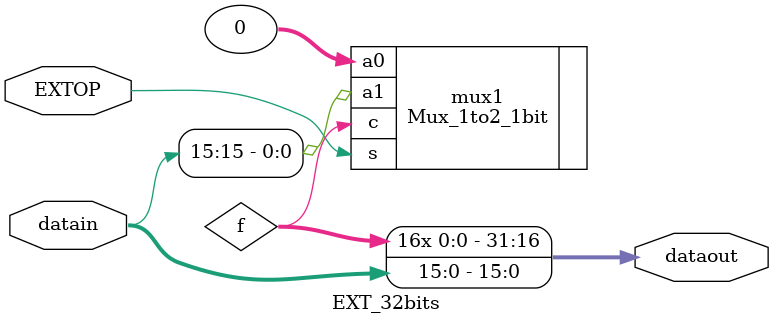
<source format=v>
module EXT_32bits(datain,EXTOP,dataout);
input [15:0]datain;
input EXTOP;
output [31:0]dataout;
wire f;
assign dataout[15:0]=datain[15:0];
assign dataout[31:16]={16{f}};
Mux_1to2_1bit mux1(.a0(0),.a1(datain[15]),.c(f),.s(EXTOP));

endmodule
</source>
